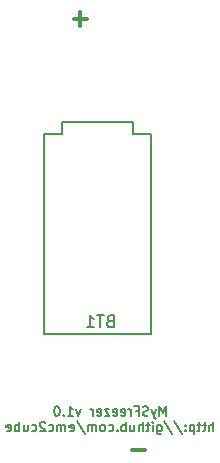
<source format=gbo>
G04 #@! TF.FileFunction,Legend,Bot*
%FSLAX46Y46*%
G04 Gerber Fmt 4.6, Leading zero omitted, Abs format (unit mm)*
G04 Created by KiCad (PCBNEW 4.0.2-stable) date Vendredi 08 juillet 2016 21:03:03*
%MOMM*%
G01*
G04 APERTURE LIST*
%ADD10C,0.100000*%
%ADD11C,0.200000*%
%ADD12C,0.300000*%
%ADD13C,0.150000*%
G04 APERTURE END LIST*
D10*
D11*
X62814762Y-71691905D02*
X62814762Y-70891905D01*
X62548095Y-71463333D01*
X62281428Y-70891905D01*
X62281428Y-71691905D01*
X61976666Y-71158571D02*
X61786190Y-71691905D01*
X61595714Y-71158571D02*
X61786190Y-71691905D01*
X61862381Y-71882381D01*
X61900476Y-71920476D01*
X61976666Y-71958571D01*
X61329047Y-71653810D02*
X61214761Y-71691905D01*
X61024285Y-71691905D01*
X60948095Y-71653810D01*
X60909999Y-71615714D01*
X60871904Y-71539524D01*
X60871904Y-71463333D01*
X60909999Y-71387143D01*
X60948095Y-71349048D01*
X61024285Y-71310952D01*
X61176666Y-71272857D01*
X61252857Y-71234762D01*
X61290952Y-71196667D01*
X61329047Y-71120476D01*
X61329047Y-71044286D01*
X61290952Y-70968095D01*
X61252857Y-70930000D01*
X61176666Y-70891905D01*
X60986190Y-70891905D01*
X60871904Y-70930000D01*
X60262380Y-71272857D02*
X60529047Y-71272857D01*
X60529047Y-71691905D02*
X60529047Y-70891905D01*
X60148094Y-70891905D01*
X59843333Y-71691905D02*
X59843333Y-71158571D01*
X59843333Y-71310952D02*
X59805238Y-71234762D01*
X59767142Y-71196667D01*
X59690952Y-71158571D01*
X59614761Y-71158571D01*
X59043333Y-71653810D02*
X59119523Y-71691905D01*
X59271904Y-71691905D01*
X59348095Y-71653810D01*
X59386190Y-71577619D01*
X59386190Y-71272857D01*
X59348095Y-71196667D01*
X59271904Y-71158571D01*
X59119523Y-71158571D01*
X59043333Y-71196667D01*
X59005238Y-71272857D01*
X59005238Y-71349048D01*
X59386190Y-71425238D01*
X58357619Y-71653810D02*
X58433809Y-71691905D01*
X58586190Y-71691905D01*
X58662381Y-71653810D01*
X58700476Y-71577619D01*
X58700476Y-71272857D01*
X58662381Y-71196667D01*
X58586190Y-71158571D01*
X58433809Y-71158571D01*
X58357619Y-71196667D01*
X58319524Y-71272857D01*
X58319524Y-71349048D01*
X58700476Y-71425238D01*
X58052857Y-71158571D02*
X57633810Y-71158571D01*
X58052857Y-71691905D01*
X57633810Y-71691905D01*
X57024286Y-71653810D02*
X57100476Y-71691905D01*
X57252857Y-71691905D01*
X57329048Y-71653810D01*
X57367143Y-71577619D01*
X57367143Y-71272857D01*
X57329048Y-71196667D01*
X57252857Y-71158571D01*
X57100476Y-71158571D01*
X57024286Y-71196667D01*
X56986191Y-71272857D01*
X56986191Y-71349048D01*
X57367143Y-71425238D01*
X56643334Y-71691905D02*
X56643334Y-71158571D01*
X56643334Y-71310952D02*
X56605239Y-71234762D01*
X56567143Y-71196667D01*
X56490953Y-71158571D01*
X56414762Y-71158571D01*
X55614762Y-71158571D02*
X55424286Y-71691905D01*
X55233810Y-71158571D01*
X54510000Y-71691905D02*
X54967143Y-71691905D01*
X54738572Y-71691905D02*
X54738572Y-70891905D01*
X54814762Y-71006190D01*
X54890953Y-71082381D01*
X54967143Y-71120476D01*
X54167143Y-71615714D02*
X54129048Y-71653810D01*
X54167143Y-71691905D01*
X54205238Y-71653810D01*
X54167143Y-71615714D01*
X54167143Y-71691905D01*
X53633810Y-70891905D02*
X53557619Y-70891905D01*
X53481429Y-70930000D01*
X53443334Y-70968095D01*
X53405238Y-71044286D01*
X53367143Y-71196667D01*
X53367143Y-71387143D01*
X53405238Y-71539524D01*
X53443334Y-71615714D01*
X53481429Y-71653810D01*
X53557619Y-71691905D01*
X53633810Y-71691905D01*
X53710000Y-71653810D01*
X53748096Y-71615714D01*
X53786191Y-71539524D01*
X53824286Y-71387143D01*
X53824286Y-71196667D01*
X53786191Y-71044286D01*
X53748096Y-70968095D01*
X53710000Y-70930000D01*
X53633810Y-70891905D01*
X66852858Y-73011905D02*
X66852858Y-72211905D01*
X66510001Y-73011905D02*
X66510001Y-72592857D01*
X66548096Y-72516667D01*
X66624286Y-72478571D01*
X66738572Y-72478571D01*
X66814763Y-72516667D01*
X66852858Y-72554762D01*
X66243334Y-72478571D02*
X65938572Y-72478571D01*
X66129048Y-72211905D02*
X66129048Y-72897619D01*
X66090953Y-72973810D01*
X66014762Y-73011905D01*
X65938572Y-73011905D01*
X65786191Y-72478571D02*
X65481429Y-72478571D01*
X65671905Y-72211905D02*
X65671905Y-72897619D01*
X65633810Y-72973810D01*
X65557619Y-73011905D01*
X65481429Y-73011905D01*
X65214762Y-72478571D02*
X65214762Y-73278571D01*
X65214762Y-72516667D02*
X65138571Y-72478571D01*
X64986190Y-72478571D01*
X64910000Y-72516667D01*
X64871905Y-72554762D01*
X64833809Y-72630952D01*
X64833809Y-72859524D01*
X64871905Y-72935714D01*
X64910000Y-72973810D01*
X64986190Y-73011905D01*
X65138571Y-73011905D01*
X65214762Y-72973810D01*
X64490952Y-72935714D02*
X64452857Y-72973810D01*
X64490952Y-73011905D01*
X64529047Y-72973810D01*
X64490952Y-72935714D01*
X64490952Y-73011905D01*
X64490952Y-72516667D02*
X64452857Y-72554762D01*
X64490952Y-72592857D01*
X64529047Y-72554762D01*
X64490952Y-72516667D01*
X64490952Y-72592857D01*
X63538571Y-72173810D02*
X64224286Y-73202381D01*
X62700476Y-72173810D02*
X63386191Y-73202381D01*
X62090953Y-72478571D02*
X62090953Y-73126190D01*
X62129048Y-73202381D01*
X62167143Y-73240476D01*
X62243334Y-73278571D01*
X62357619Y-73278571D01*
X62433810Y-73240476D01*
X62090953Y-72973810D02*
X62167143Y-73011905D01*
X62319524Y-73011905D01*
X62395715Y-72973810D01*
X62433810Y-72935714D01*
X62471905Y-72859524D01*
X62471905Y-72630952D01*
X62433810Y-72554762D01*
X62395715Y-72516667D01*
X62319524Y-72478571D01*
X62167143Y-72478571D01*
X62090953Y-72516667D01*
X61710000Y-73011905D02*
X61710000Y-72478571D01*
X61710000Y-72211905D02*
X61748095Y-72250000D01*
X61710000Y-72288095D01*
X61671905Y-72250000D01*
X61710000Y-72211905D01*
X61710000Y-72288095D01*
X61443334Y-72478571D02*
X61138572Y-72478571D01*
X61329048Y-72211905D02*
X61329048Y-72897619D01*
X61290953Y-72973810D01*
X61214762Y-73011905D01*
X61138572Y-73011905D01*
X60871905Y-73011905D02*
X60871905Y-72211905D01*
X60529048Y-73011905D02*
X60529048Y-72592857D01*
X60567143Y-72516667D01*
X60643333Y-72478571D01*
X60757619Y-72478571D01*
X60833810Y-72516667D01*
X60871905Y-72554762D01*
X59805238Y-72478571D02*
X59805238Y-73011905D01*
X60148095Y-72478571D02*
X60148095Y-72897619D01*
X60110000Y-72973810D01*
X60033809Y-73011905D01*
X59919523Y-73011905D01*
X59843333Y-72973810D01*
X59805238Y-72935714D01*
X59424285Y-73011905D02*
X59424285Y-72211905D01*
X59424285Y-72516667D02*
X59348094Y-72478571D01*
X59195713Y-72478571D01*
X59119523Y-72516667D01*
X59081428Y-72554762D01*
X59043332Y-72630952D01*
X59043332Y-72859524D01*
X59081428Y-72935714D01*
X59119523Y-72973810D01*
X59195713Y-73011905D01*
X59348094Y-73011905D01*
X59424285Y-72973810D01*
X58700475Y-72935714D02*
X58662380Y-72973810D01*
X58700475Y-73011905D01*
X58738570Y-72973810D01*
X58700475Y-72935714D01*
X58700475Y-73011905D01*
X57976666Y-72973810D02*
X58052856Y-73011905D01*
X58205237Y-73011905D01*
X58281428Y-72973810D01*
X58319523Y-72935714D01*
X58357618Y-72859524D01*
X58357618Y-72630952D01*
X58319523Y-72554762D01*
X58281428Y-72516667D01*
X58205237Y-72478571D01*
X58052856Y-72478571D01*
X57976666Y-72516667D01*
X57519523Y-73011905D02*
X57595714Y-72973810D01*
X57633809Y-72935714D01*
X57671904Y-72859524D01*
X57671904Y-72630952D01*
X57633809Y-72554762D01*
X57595714Y-72516667D01*
X57519523Y-72478571D01*
X57405237Y-72478571D01*
X57329047Y-72516667D01*
X57290952Y-72554762D01*
X57252856Y-72630952D01*
X57252856Y-72859524D01*
X57290952Y-72935714D01*
X57329047Y-72973810D01*
X57405237Y-73011905D01*
X57519523Y-73011905D01*
X56909999Y-73011905D02*
X56909999Y-72478571D01*
X56909999Y-72554762D02*
X56871904Y-72516667D01*
X56795713Y-72478571D01*
X56681427Y-72478571D01*
X56605237Y-72516667D01*
X56567142Y-72592857D01*
X56567142Y-73011905D01*
X56567142Y-72592857D02*
X56529046Y-72516667D01*
X56452856Y-72478571D01*
X56338570Y-72478571D01*
X56262380Y-72516667D01*
X56224285Y-72592857D01*
X56224285Y-73011905D01*
X55271903Y-72173810D02*
X55957618Y-73202381D01*
X54700475Y-72973810D02*
X54776665Y-73011905D01*
X54929046Y-73011905D01*
X55005237Y-72973810D01*
X55043332Y-72897619D01*
X55043332Y-72592857D01*
X55005237Y-72516667D01*
X54929046Y-72478571D01*
X54776665Y-72478571D01*
X54700475Y-72516667D01*
X54662380Y-72592857D01*
X54662380Y-72669048D01*
X55043332Y-72745238D01*
X54319523Y-73011905D02*
X54319523Y-72478571D01*
X54319523Y-72554762D02*
X54281428Y-72516667D01*
X54205237Y-72478571D01*
X54090951Y-72478571D01*
X54014761Y-72516667D01*
X53976666Y-72592857D01*
X53976666Y-73011905D01*
X53976666Y-72592857D02*
X53938570Y-72516667D01*
X53862380Y-72478571D01*
X53748094Y-72478571D01*
X53671904Y-72516667D01*
X53633809Y-72592857D01*
X53633809Y-73011905D01*
X52909999Y-72973810D02*
X52986189Y-73011905D01*
X53138570Y-73011905D01*
X53214761Y-72973810D01*
X53252856Y-72935714D01*
X53290951Y-72859524D01*
X53290951Y-72630952D01*
X53252856Y-72554762D01*
X53214761Y-72516667D01*
X53138570Y-72478571D01*
X52986189Y-72478571D01*
X52909999Y-72516667D01*
X52605237Y-72288095D02*
X52567142Y-72250000D01*
X52490951Y-72211905D01*
X52300475Y-72211905D01*
X52224285Y-72250000D01*
X52186189Y-72288095D01*
X52148094Y-72364286D01*
X52148094Y-72440476D01*
X52186189Y-72554762D01*
X52643332Y-73011905D01*
X52148094Y-73011905D01*
X51462380Y-72973810D02*
X51538570Y-73011905D01*
X51690951Y-73011905D01*
X51767142Y-72973810D01*
X51805237Y-72935714D01*
X51843332Y-72859524D01*
X51843332Y-72630952D01*
X51805237Y-72554762D01*
X51767142Y-72516667D01*
X51690951Y-72478571D01*
X51538570Y-72478571D01*
X51462380Y-72516667D01*
X50776666Y-72478571D02*
X50776666Y-73011905D01*
X51119523Y-72478571D02*
X51119523Y-72897619D01*
X51081428Y-72973810D01*
X51005237Y-73011905D01*
X50890951Y-73011905D01*
X50814761Y-72973810D01*
X50776666Y-72935714D01*
X50395713Y-73011905D02*
X50395713Y-72211905D01*
X50395713Y-72516667D02*
X50319522Y-72478571D01*
X50167141Y-72478571D01*
X50090951Y-72516667D01*
X50052856Y-72554762D01*
X50014760Y-72630952D01*
X50014760Y-72859524D01*
X50052856Y-72935714D01*
X50090951Y-72973810D01*
X50167141Y-73011905D01*
X50319522Y-73011905D01*
X50395713Y-72973810D01*
X49367141Y-72973810D02*
X49443331Y-73011905D01*
X49595712Y-73011905D01*
X49671903Y-72973810D01*
X49709998Y-72897619D01*
X49709998Y-72592857D01*
X49671903Y-72516667D01*
X49595712Y-72478571D01*
X49443331Y-72478571D01*
X49367141Y-72516667D01*
X49329046Y-72592857D01*
X49329046Y-72669048D01*
X49709998Y-72745238D01*
D12*
X61071428Y-74607143D02*
X59928571Y-74607143D01*
X56171428Y-38107143D02*
X55028571Y-38107143D01*
X55600000Y-38678571D02*
X55600000Y-37535714D01*
D13*
X61550000Y-64800000D02*
X52550000Y-64800000D01*
X52550000Y-64800000D02*
X52550000Y-47800000D01*
X52550000Y-47800000D02*
X54050000Y-47800000D01*
X54050000Y-47800000D02*
X54050000Y-46800000D01*
X54050000Y-46800000D02*
X60050000Y-46800000D01*
X60050000Y-46800000D02*
X60050000Y-47800000D01*
X60050000Y-47800000D02*
X61550000Y-47800000D01*
X61550000Y-47800000D02*
X61550000Y-64800000D01*
X58085714Y-63678571D02*
X57942857Y-63726190D01*
X57895238Y-63773810D01*
X57847619Y-63869048D01*
X57847619Y-64011905D01*
X57895238Y-64107143D01*
X57942857Y-64154762D01*
X58038095Y-64202381D01*
X58419048Y-64202381D01*
X58419048Y-63202381D01*
X58085714Y-63202381D01*
X57990476Y-63250000D01*
X57942857Y-63297619D01*
X57895238Y-63392857D01*
X57895238Y-63488095D01*
X57942857Y-63583333D01*
X57990476Y-63630952D01*
X58085714Y-63678571D01*
X58419048Y-63678571D01*
X57561905Y-63202381D02*
X56990476Y-63202381D01*
X57276191Y-64202381D02*
X57276191Y-63202381D01*
X56133333Y-64202381D02*
X56704762Y-64202381D01*
X56419048Y-64202381D02*
X56419048Y-63202381D01*
X56514286Y-63345238D01*
X56609524Y-63440476D01*
X56704762Y-63488095D01*
M02*

</source>
